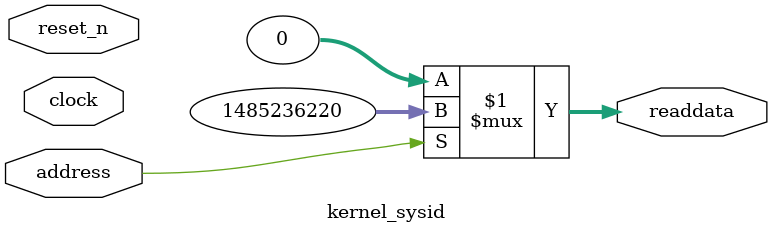
<source format=v>

`timescale 1ns / 1ps
// synthesis translate_on

// turn off superfluous verilog processor warnings 
// altera message_level Level1 
// altera message_off 10034 10035 10036 10037 10230 10240 10030 

module kernel_sysid (
               // inputs:
                address,
                clock,
                reset_n,

               // outputs:
                readdata
             )
;

  output  [ 31: 0] readdata;
  input            address;
  input            clock;
  input            reset_n;

  wire    [ 31: 0] readdata;
  //control_slave, which is an e_avalon_slave
  assign readdata = address ? 1485236220 : 0;

endmodule




</source>
